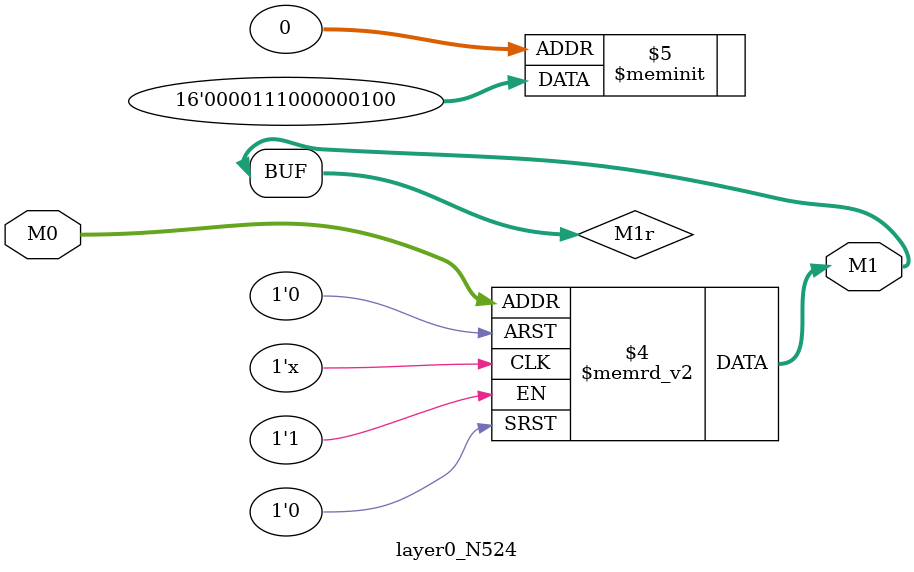
<source format=v>
module layer0_N524 ( input [2:0] M0, output [1:0] M1 );

	(*rom_style = "distributed" *) reg [1:0] M1r;
	assign M1 = M1r;
	always @ (M0) begin
		case (M0)
			3'b000: M1r = 2'b00;
			3'b100: M1r = 2'b10;
			3'b010: M1r = 2'b00;
			3'b110: M1r = 2'b00;
			3'b001: M1r = 2'b01;
			3'b101: M1r = 2'b11;
			3'b011: M1r = 2'b00;
			3'b111: M1r = 2'b00;

		endcase
	end
endmodule

</source>
